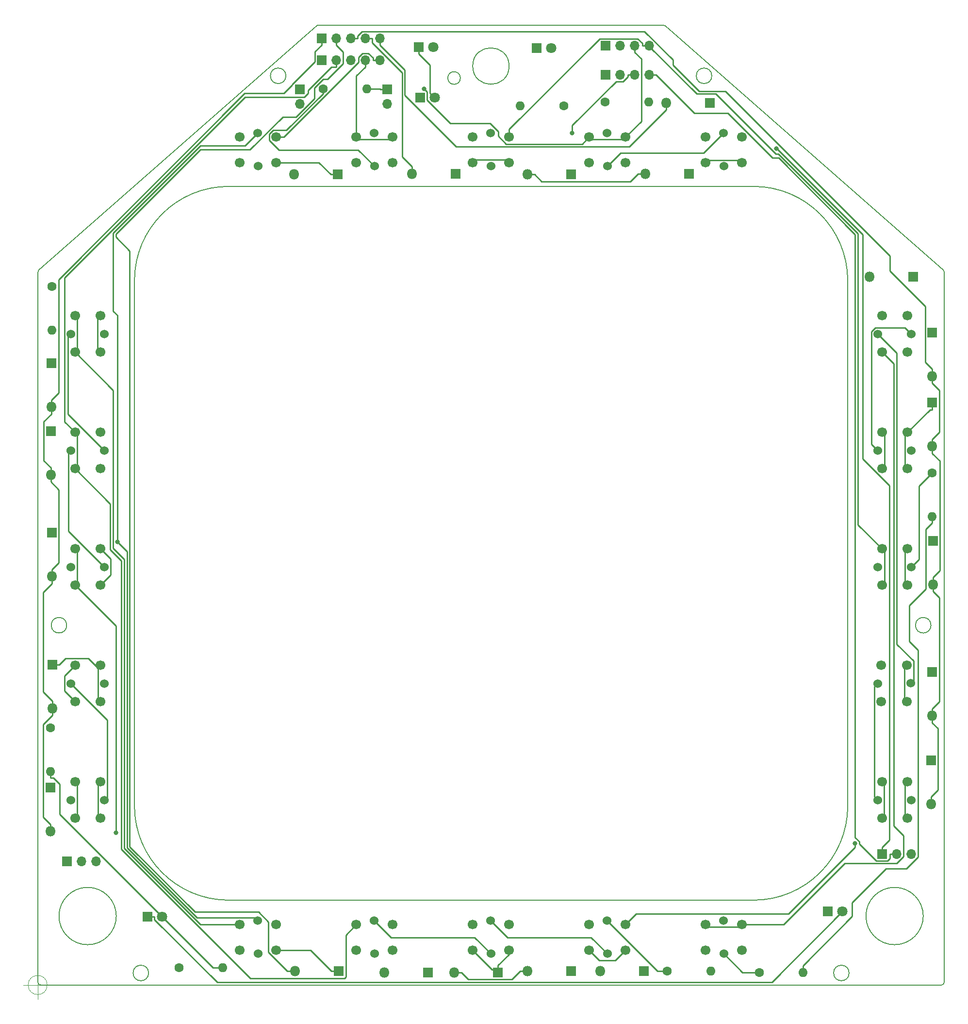
<source format=gbr>
G04 #@! TF.GenerationSoftware,KiCad,Pcbnew,(5.1.5-0-10_14)*
G04 #@! TF.CreationDate,2021-11-28T09:12:12+10:00*
G04 #@! TF.ProjectId,Buttons_DDI,42757474-6f6e-4735-9f44-44492e6b6963,rev?*
G04 #@! TF.SameCoordinates,Original*
G04 #@! TF.FileFunction,Copper,L1,Top*
G04 #@! TF.FilePolarity,Positive*
%FSLAX46Y46*%
G04 Gerber Fmt 4.6, Leading zero omitted, Abs format (unit mm)*
G04 Created by KiCad (PCBNEW (5.1.5-0-10_14)) date 2021-11-28 09:12:12*
%MOMM*%
%LPD*%
G04 APERTURE LIST*
%ADD10C,0.200000*%
%ADD11C,0.100000*%
%ADD12C,1.524000*%
%ADD13C,1.700000*%
%ADD14O,1.800000X1.800000*%
%ADD15R,1.800000X1.800000*%
%ADD16O,1.600000X1.600000*%
%ADD17C,1.600000*%
%ADD18C,1.800000*%
%ADD19O,1.700000X1.700000*%
%ADD20R,1.700000X1.700000*%
%ADD21C,0.800000*%
%ADD22C,0.250000*%
G04 APERTURE END LIST*
D10*
X91030675Y-18376300D02*
G75*
G03X91030675Y-18376300I-1100000J0D01*
G01*
X99531375Y-16288500D02*
G75*
G03X99531375Y-16288500I-3175000J0D01*
G01*
X126464426Y-9144000D02*
X66106369Y-9176498D01*
X30987380Y-164503100D02*
G75*
G03X30987380Y-164503100I-5000000J0D01*
G01*
X60587233Y-17986375D02*
G75*
G03X60587233Y-17986375I-1352550J0D01*
G01*
X173148629Y-113792000D02*
G75*
G03X173148629Y-113792000I-1352550J0D01*
G01*
X50604140Y-161734500D02*
G75*
G02X34163000Y-145293360I0J16441140D01*
G01*
X158864300Y-174434500D02*
G75*
G03X158864300Y-174434500I-1352550J0D01*
G01*
X36626800Y-174434500D02*
G75*
G03X36626800Y-174434500I-1352550J0D01*
G01*
X158623000Y-145293360D02*
X158623000Y-53715640D01*
X142181860Y-37274500D02*
G75*
G02X158623000Y-53715640I0J-16441140D01*
G01*
X142181860Y-37274500D02*
X50604140Y-37274500D01*
X50604140Y-161734500D02*
X142181860Y-161734500D01*
X171798621Y-164503100D02*
G75*
G03X171798621Y-164503100I-5000000J0D01*
G01*
X126464426Y-9144000D02*
G75*
G02X126799582Y-9270248I0J-508000D01*
G01*
X17303750Y-52240798D02*
X17303750Y-176022000D01*
X17811750Y-176530000D02*
X174974250Y-176530000D01*
X175309406Y-51859046D02*
X126799582Y-9270248D01*
X175309406Y-51859046D02*
G75*
G02X175482250Y-52240798I-335156J-381752D01*
G01*
X158623000Y-145293360D02*
G75*
G02X142181860Y-161734500I-16441140J0D01*
G01*
X34163000Y-53715640D02*
X34163000Y-145293360D01*
X134903867Y-17986375D02*
G75*
G03X134903867Y-17986375I-1352550J0D01*
G01*
X22342471Y-113792000D02*
G75*
G03X22342471Y-113792000I-1352550J0D01*
G01*
X175482250Y-176022000D02*
X175482250Y-52240798D01*
X175482250Y-176022000D02*
G75*
G02X174974250Y-176530000I-508000J0D01*
G01*
X17303750Y-52240798D02*
G75*
G02X17476594Y-51859046I508000J0D01*
G01*
X34163000Y-53715640D02*
G75*
G02X50604140Y-37274500I16441140J0D01*
G01*
X17811750Y-176530000D02*
G75*
G02X17303750Y-176022000I0J508000D01*
G01*
X66106369Y-9176498D02*
X17476594Y-51859046D01*
D11*
X18938666Y-176530000D02*
G75*
G03X18938666Y-176530000I-1666666J0D01*
G01*
X14772000Y-176530000D02*
X19772000Y-176530000D01*
X17272000Y-174030000D02*
X17272000Y-179030000D01*
D12*
X23082000Y-123990000D03*
X28873000Y-123950000D03*
D13*
X23793000Y-127125000D03*
X23793000Y-120775000D03*
X28238000Y-127125000D03*
X28238000Y-120775000D03*
D12*
X76002000Y-27970000D03*
X76042000Y-33761000D03*
D13*
X72867000Y-28681000D03*
X79217000Y-28681000D03*
X72867000Y-33126000D03*
X79217000Y-33126000D03*
D12*
X96322000Y-27970000D03*
X96362000Y-33761000D03*
D13*
X93187000Y-28681000D03*
X99537000Y-28681000D03*
X93187000Y-33126000D03*
X99537000Y-33126000D03*
D12*
X116642000Y-27970000D03*
X116682000Y-33761000D03*
D13*
X113507000Y-28681000D03*
X119857000Y-28681000D03*
X113507000Y-33126000D03*
X119857000Y-33126000D03*
D12*
X136962000Y-27970000D03*
X137002000Y-33761000D03*
D13*
X133827000Y-28681000D03*
X140177000Y-28681000D03*
X133827000Y-33126000D03*
X140177000Y-33126000D03*
D12*
X163892000Y-63030000D03*
X169683000Y-62990000D03*
D13*
X164603000Y-66165000D03*
X164603000Y-59815000D03*
X169048000Y-66165000D03*
X169048000Y-59815000D03*
D12*
X163892000Y-83350000D03*
X169683000Y-83310000D03*
D13*
X164603000Y-86485000D03*
X164603000Y-80135000D03*
X169048000Y-86485000D03*
X169048000Y-80135000D03*
D12*
X163892000Y-103670000D03*
X169683000Y-103630000D03*
D13*
X164603000Y-106805000D03*
X164603000Y-100455000D03*
X169048000Y-106805000D03*
X169048000Y-100455000D03*
D12*
X169632000Y-123910000D03*
X163841000Y-123950000D03*
D13*
X168921000Y-120775000D03*
X168921000Y-127125000D03*
X164476000Y-120775000D03*
X164476000Y-127125000D03*
D12*
X163892000Y-144310000D03*
X169683000Y-144270000D03*
D13*
X164603000Y-147445000D03*
X164603000Y-141095000D03*
X169048000Y-147445000D03*
X169048000Y-141095000D03*
D12*
X136962000Y-165300000D03*
X137002000Y-171091000D03*
D13*
X133827000Y-166011000D03*
X140177000Y-166011000D03*
X133827000Y-170456000D03*
X140177000Y-170456000D03*
D12*
X116642000Y-165300000D03*
X116682000Y-171091000D03*
D13*
X113507000Y-166011000D03*
X119857000Y-166011000D03*
X113507000Y-170456000D03*
X119857000Y-170456000D03*
D12*
X96322000Y-165300000D03*
X96362000Y-171091000D03*
D13*
X93187000Y-166011000D03*
X99537000Y-166011000D03*
X93187000Y-170456000D03*
X99537000Y-170456000D03*
D12*
X76002000Y-165300000D03*
X76042000Y-171091000D03*
D13*
X72867000Y-166011000D03*
X79217000Y-166011000D03*
X72867000Y-170456000D03*
X79217000Y-170456000D03*
D12*
X55682000Y-165300000D03*
X55722000Y-171091000D03*
D13*
X52547000Y-166011000D03*
X58897000Y-166011000D03*
X52547000Y-170456000D03*
X58897000Y-170456000D03*
D12*
X23082000Y-144310000D03*
X28873000Y-144270000D03*
D13*
X23793000Y-147445000D03*
X23793000Y-141095000D03*
X28238000Y-147445000D03*
X28238000Y-141095000D03*
D12*
X23082000Y-103670000D03*
X28873000Y-103630000D03*
D13*
X23793000Y-106805000D03*
X23793000Y-100455000D03*
X28238000Y-106805000D03*
X28238000Y-100455000D03*
D12*
X23082000Y-83350000D03*
X28873000Y-83310000D03*
D13*
X23793000Y-86485000D03*
X23793000Y-80135000D03*
X28238000Y-86485000D03*
X28238000Y-80135000D03*
D12*
X23082000Y-63030000D03*
X28873000Y-62990000D03*
D13*
X23793000Y-66165000D03*
X23793000Y-59815000D03*
X28238000Y-66165000D03*
X28238000Y-59815000D03*
D12*
X55682000Y-27970000D03*
X55722000Y-33761000D03*
D13*
X52547000Y-28681000D03*
X58897000Y-28681000D03*
X52547000Y-33126000D03*
X58897000Y-33126000D03*
D14*
X19562000Y-87570000D03*
D15*
X19562000Y-79950000D03*
D16*
X134722000Y-174080000D03*
D17*
X127102000Y-174080000D03*
D16*
X74672000Y-20230000D03*
D17*
X67052000Y-20230000D03*
D16*
X123862000Y-22540000D03*
D17*
X116242000Y-22540000D03*
D16*
X173382000Y-94820000D03*
D17*
X173382000Y-87200000D03*
D16*
X49572000Y-173550000D03*
D17*
X41952000Y-173550000D03*
D16*
X150792000Y-174320000D03*
D17*
X143172000Y-174320000D03*
D16*
X19482000Y-139280000D03*
D17*
X19482000Y-131660000D03*
D16*
X19782000Y-62330000D03*
D17*
X19782000Y-54710000D03*
D18*
X157722000Y-163690000D03*
D15*
X155182000Y-163690000D03*
D18*
X38962000Y-164630000D03*
D15*
X36422000Y-164630000D03*
D19*
X78232000Y-22860000D03*
D20*
X78232000Y-20320000D03*
D19*
X123952000Y-12700000D03*
X121412000Y-12700000D03*
X118872000Y-12700000D03*
D20*
X116332000Y-12700000D03*
D19*
X76962000Y-11430000D03*
X74422000Y-11430000D03*
X71882000Y-11430000D03*
X69342000Y-11430000D03*
D20*
X66802000Y-11430000D03*
D14*
X126962000Y-22680000D03*
D15*
X134582000Y-22680000D03*
D19*
X62992000Y-22860000D03*
D20*
X62992000Y-20320000D03*
D19*
X76962000Y-15240000D03*
X74422000Y-15240000D03*
X71882000Y-15240000D03*
X69342000Y-15240000D03*
D20*
X66802000Y-15240000D03*
D19*
X123952000Y-17780000D03*
X121412000Y-17780000D03*
X118872000Y-17780000D03*
D20*
X116332000Y-17780000D03*
D19*
X27432000Y-154940000D03*
X24892000Y-154940000D03*
D20*
X22352000Y-154940000D03*
D19*
X169672000Y-153670000D03*
X167132000Y-153670000D03*
D20*
X164592000Y-153670000D03*
D14*
X62012000Y-35180000D03*
D15*
X69632000Y-35180000D03*
D14*
X82542000Y-35040000D03*
D15*
X90162000Y-35040000D03*
D14*
X102772000Y-35180000D03*
D15*
X110392000Y-35180000D03*
D14*
X123292000Y-35040000D03*
D15*
X130912000Y-35040000D03*
D14*
X162442000Y-52990000D03*
D15*
X170062000Y-52990000D03*
D14*
X173382000Y-70360000D03*
D15*
X173382000Y-62740000D03*
D14*
X173382000Y-82590000D03*
D15*
X173382000Y-74970000D03*
D14*
X173482000Y-106680000D03*
D15*
X173482000Y-99060000D03*
D14*
X173382000Y-129590000D03*
D15*
X173382000Y-121970000D03*
D14*
X173142000Y-144940000D03*
D15*
X173142000Y-137320000D03*
D14*
X62172000Y-174110000D03*
D15*
X69792000Y-174110000D03*
D14*
X115402000Y-174080000D03*
D15*
X123022000Y-174080000D03*
D14*
X102692000Y-174110000D03*
D15*
X110312000Y-174110000D03*
D14*
X89982000Y-174350000D03*
D15*
X97602000Y-174350000D03*
D14*
X77762000Y-174350000D03*
D15*
X85382000Y-174350000D03*
D14*
X19672000Y-75740000D03*
D15*
X19672000Y-68120000D03*
D14*
X19482000Y-149750000D03*
D15*
X19482000Y-142130000D03*
D14*
X19812000Y-128270000D03*
D15*
X19812000Y-120650000D03*
D14*
X19752000Y-105310000D03*
D15*
X19752000Y-97690000D03*
X104322000Y-13180000D03*
D18*
X106862000Y-13180000D03*
D15*
X83792000Y-12950000D03*
D18*
X86332000Y-12950000D03*
X86532000Y-21810000D03*
D15*
X83992000Y-21810000D03*
D17*
X109072000Y-23230000D03*
D16*
X101452000Y-23230000D03*
D21*
X31186600Y-99236900D03*
X110527600Y-27987000D03*
X146182100Y-30677800D03*
X159894100Y-151838600D03*
X30901000Y-149989400D03*
X84736800Y-20285800D03*
D22*
X55682000Y-165300000D02*
X55167100Y-164785100D01*
X55167100Y-164785100D02*
X45062600Y-164785100D01*
X45062600Y-164785100D02*
X32890900Y-152613400D01*
X32890900Y-152613400D02*
X32890900Y-100941200D01*
X32890900Y-100941200D02*
X31186600Y-99236900D01*
X55682000Y-27970000D02*
X53447100Y-30204900D01*
X53447100Y-30204900D02*
X45632900Y-30204900D01*
X45632900Y-30204900D02*
X30445000Y-45392800D01*
X30445000Y-45392800D02*
X30445000Y-59001100D01*
X30445000Y-59001100D02*
X31186600Y-59742700D01*
X31186600Y-59742700D02*
X31186600Y-99236900D01*
X163892000Y-63030000D02*
X167182100Y-66320100D01*
X167182100Y-66320100D02*
X167182100Y-117098900D01*
X167182100Y-117098900D02*
X170096700Y-120013500D01*
X170096700Y-120013500D02*
X170096700Y-123445300D01*
X170096700Y-123445300D02*
X169632000Y-123910000D01*
X116642000Y-165300000D02*
X125422000Y-174080000D01*
X125422000Y-174080000D02*
X127102000Y-174080000D01*
X23082000Y-63030000D02*
X22592500Y-63519500D01*
X22592500Y-63519500D02*
X22592500Y-77029500D01*
X22592500Y-77029500D02*
X28873000Y-83310000D01*
X23082000Y-83350000D02*
X22615300Y-83816700D01*
X22615300Y-83816700D02*
X22615300Y-97372300D01*
X22615300Y-97372300D02*
X28873000Y-103630000D01*
X28873000Y-144270000D02*
X29417700Y-143725300D01*
X29417700Y-143725300D02*
X29417700Y-130325700D01*
X29417700Y-130325700D02*
X23082000Y-123990000D01*
X76002000Y-165300000D02*
X78935500Y-168233500D01*
X78935500Y-168233500D02*
X93504500Y-168233500D01*
X93504500Y-168233500D02*
X96362000Y-171091000D01*
X96322000Y-165300000D02*
X99255500Y-168233500D01*
X99255500Y-168233500D02*
X113824500Y-168233500D01*
X113824500Y-168233500D02*
X116682000Y-171091000D01*
X163892000Y-144310000D02*
X163272000Y-143690000D01*
X163272000Y-143690000D02*
X163272000Y-124519000D01*
X163272000Y-124519000D02*
X163841000Y-123950000D01*
X163892000Y-83350000D02*
X162795300Y-82253300D01*
X162795300Y-82253300D02*
X162795300Y-62589000D01*
X162795300Y-62589000D02*
X163467900Y-61916400D01*
X163467900Y-61916400D02*
X168609400Y-61916400D01*
X168609400Y-61916400D02*
X169683000Y-62990000D01*
X116682000Y-33761000D02*
X118980200Y-31462800D01*
X118980200Y-31462800D02*
X133469300Y-31462800D01*
X133469300Y-31462800D02*
X133469300Y-31462700D01*
X133469300Y-31462700D02*
X136962000Y-27970000D01*
X143172000Y-174320000D02*
X140231000Y-174320000D01*
X140231000Y-174320000D02*
X137002000Y-171091000D01*
X173382000Y-87200000D02*
X171043200Y-89538800D01*
X171043200Y-89538800D02*
X171043200Y-102269800D01*
X171043200Y-102269800D02*
X169683000Y-103630000D01*
X67052000Y-20230000D02*
X67052000Y-21101900D01*
X67052000Y-21101900D02*
X60685600Y-27468300D01*
X60685600Y-27468300D02*
X58403500Y-27468300D01*
X58403500Y-27468300D02*
X57694800Y-28177000D01*
X57694800Y-28177000D02*
X57694800Y-29213700D01*
X57694800Y-29213700D02*
X59384600Y-30903500D01*
X59384600Y-30903500D02*
X73184500Y-30903500D01*
X73184500Y-30903500D02*
X76042000Y-33761000D01*
X28238000Y-100455000D02*
X29999400Y-102216400D01*
X29999400Y-102216400D02*
X29999400Y-105043600D01*
X29999400Y-105043600D02*
X28238000Y-106805000D01*
X19812000Y-120650000D02*
X21037300Y-120650000D01*
X27770800Y-121242200D02*
X27770800Y-126657800D01*
X27770800Y-126657800D02*
X28238000Y-127125000D01*
X28238000Y-120775000D02*
X27770800Y-121242200D01*
X21037300Y-120650000D02*
X22090700Y-119596600D01*
X22090700Y-119596600D02*
X26125200Y-119596600D01*
X26125200Y-119596600D02*
X27770800Y-121242200D01*
X28238000Y-141095000D02*
X27784900Y-141548100D01*
X27784900Y-141548100D02*
X27784900Y-146991900D01*
X27784900Y-146991900D02*
X28238000Y-147445000D01*
X28238000Y-59815000D02*
X27740900Y-60312100D01*
X27740900Y-60312100D02*
X27740900Y-65667900D01*
X27740900Y-65667900D02*
X28238000Y-66165000D01*
X97602000Y-173837500D02*
X96568500Y-173837500D01*
X96568500Y-173837500D02*
X93187000Y-170456000D01*
X97602000Y-173837500D02*
X97602000Y-173124700D01*
X97602000Y-174350000D02*
X97602000Y-173837500D01*
X97602000Y-173124700D02*
X99537000Y-171189700D01*
X99537000Y-171189700D02*
X99537000Y-170456000D01*
X113507000Y-170456000D02*
X115277800Y-172226800D01*
X115277800Y-172226800D02*
X118086200Y-172226800D01*
X118086200Y-172226800D02*
X119857000Y-170456000D01*
X69792000Y-174110000D02*
X68566700Y-174110000D01*
X68566700Y-174110000D02*
X64912700Y-170456000D01*
X64912700Y-170456000D02*
X58897000Y-170456000D01*
X169048000Y-141095000D02*
X168571600Y-141571400D01*
X168571600Y-141571400D02*
X168571600Y-146968600D01*
X168571600Y-146968600D02*
X169048000Y-147445000D01*
X169048000Y-100455000D02*
X168576500Y-100926500D01*
X168576500Y-100926500D02*
X168576500Y-106333500D01*
X168576500Y-106333500D02*
X169048000Y-106805000D01*
X169048000Y-80135000D02*
X168569700Y-80613300D01*
X168569700Y-80613300D02*
X168569700Y-86006700D01*
X168569700Y-86006700D02*
X169048000Y-86485000D01*
X173382000Y-76195300D02*
X172987700Y-76195300D01*
X172987700Y-76195300D02*
X169048000Y-80135000D01*
X173382000Y-74970000D02*
X173382000Y-76195300D01*
X140177000Y-33126000D02*
X139722200Y-32671200D01*
X139722200Y-32671200D02*
X134281800Y-32671200D01*
X134281800Y-32671200D02*
X133827000Y-33126000D01*
X99537000Y-33126000D02*
X99066600Y-32655600D01*
X99066600Y-32655600D02*
X93657400Y-32655600D01*
X93657400Y-32655600D02*
X93187000Y-33126000D01*
X69632000Y-35180000D02*
X68406700Y-35180000D01*
X68406700Y-35180000D02*
X66352700Y-33126000D01*
X66352700Y-33126000D02*
X58897000Y-33126000D01*
X121412000Y-17780000D02*
X120236700Y-17780000D01*
X110527600Y-27987000D02*
X110527600Y-26625600D01*
X110527600Y-26625600D02*
X118197900Y-18955300D01*
X118197900Y-18955300D02*
X119428800Y-18955300D01*
X119428800Y-18955300D02*
X120236700Y-18147400D01*
X120236700Y-18147400D02*
X120236700Y-17780000D01*
X164592000Y-153670000D02*
X164592000Y-152494700D01*
X164592000Y-152494700D02*
X165852300Y-151234400D01*
X165852300Y-151234400D02*
X165852300Y-89442400D01*
X165852300Y-89442400D02*
X161216700Y-84806800D01*
X161216700Y-84806800D02*
X161216700Y-45684300D01*
X161216700Y-45684300D02*
X146210200Y-30677800D01*
X146210200Y-30677800D02*
X146182100Y-30677800D01*
X125127300Y-17780000D02*
X131863800Y-24516500D01*
X131863800Y-24516500D02*
X137721300Y-24516500D01*
X137721300Y-24516500D02*
X145508500Y-32303700D01*
X145508500Y-32303700D02*
X146562300Y-32303700D01*
X146562300Y-32303700D02*
X159917400Y-45658800D01*
X159917400Y-45658800D02*
X159917400Y-150821400D01*
X159917400Y-150821400D02*
X160634100Y-151538100D01*
X160634100Y-151538100D02*
X160634100Y-151904200D01*
X160634100Y-151904200D02*
X163575300Y-154845400D01*
X163575300Y-154845400D02*
X165589300Y-154845400D01*
X165589300Y-154845400D02*
X165956700Y-154478000D01*
X165956700Y-154478000D02*
X165956700Y-153670000D01*
X123952000Y-17780000D02*
X125127300Y-17780000D01*
X167132000Y-153670000D02*
X165956700Y-153670000D01*
X66802000Y-12605300D02*
X65626700Y-13780600D01*
X65626700Y-13780600D02*
X65626700Y-15523800D01*
X65626700Y-15523800D02*
X61629500Y-19521000D01*
X61629500Y-19521000D02*
X61629500Y-19622400D01*
X61629500Y-19622400D02*
X60207100Y-21044800D01*
X60207100Y-21044800D02*
X53391800Y-21044800D01*
X53391800Y-21044800D02*
X20940500Y-53496100D01*
X20940500Y-53496100D02*
X20940500Y-73246200D01*
X20940500Y-73246200D02*
X19672000Y-74514700D01*
X19812000Y-128270000D02*
X19812000Y-127044700D01*
X19752000Y-105310000D02*
X19752000Y-106535300D01*
X19752000Y-106535300D02*
X18202500Y-108084800D01*
X18202500Y-108084800D02*
X18202500Y-125435200D01*
X18202500Y-125435200D02*
X19812000Y-127044700D01*
X19752000Y-104697300D02*
X19752000Y-105310000D01*
X19752000Y-104697300D02*
X19752000Y-104084700D01*
X19812000Y-128270000D02*
X19812000Y-129495300D01*
X19812000Y-129495300D02*
X18256700Y-131050600D01*
X18256700Y-131050600D02*
X18256700Y-147299400D01*
X18256700Y-147299400D02*
X19482000Y-148524700D01*
X19482000Y-149750000D02*
X19482000Y-148524700D01*
X19672000Y-75740000D02*
X19672000Y-74514700D01*
X66802000Y-11430000D02*
X66802000Y-12605300D01*
X19562000Y-87570000D02*
X19562000Y-86344700D01*
X19672000Y-75740000D02*
X19672000Y-76965300D01*
X19672000Y-76965300D02*
X18336700Y-78300600D01*
X18336700Y-78300600D02*
X18336700Y-85119400D01*
X18336700Y-85119400D02*
X19562000Y-86344700D01*
X19562000Y-87570000D02*
X19562000Y-88795300D01*
X19752000Y-104084700D02*
X20977400Y-102859300D01*
X20977400Y-102859300D02*
X20977400Y-90210700D01*
X20977400Y-90210700D02*
X19562000Y-88795300D01*
X75597300Y-11430000D02*
X75597300Y-12185300D01*
X75597300Y-12185300D02*
X80853600Y-17441600D01*
X80853600Y-17441600D02*
X80853600Y-32126300D01*
X80853600Y-32126300D02*
X82542000Y-33814700D01*
X123292000Y-35040000D02*
X122066700Y-35040000D01*
X102772000Y-35180000D02*
X103997300Y-35180000D01*
X103997300Y-35180000D02*
X105222700Y-36405400D01*
X105222700Y-36405400D02*
X120701300Y-36405400D01*
X120701300Y-36405400D02*
X122066700Y-35040000D01*
X82542000Y-35040000D02*
X82542000Y-33814700D01*
X74422000Y-11430000D02*
X75597300Y-11430000D01*
X173382000Y-70360000D02*
X173382000Y-69134700D01*
X71882000Y-11430000D02*
X73057300Y-11430000D01*
X73057300Y-11430000D02*
X73057300Y-11062700D01*
X73057300Y-11062700D02*
X73887300Y-10232700D01*
X73887300Y-10232700D02*
X123154900Y-10232700D01*
X123154900Y-10232700D02*
X128134900Y-15212700D01*
X128134900Y-15212700D02*
X128134900Y-16128900D01*
X128134900Y-16128900D02*
X132693400Y-20687400D01*
X132693400Y-20687400D02*
X137264900Y-20687400D01*
X137264900Y-20687400D02*
X165993700Y-49416200D01*
X165993700Y-49416200D02*
X165993700Y-51994100D01*
X165993700Y-51994100D02*
X172156700Y-58157100D01*
X172156700Y-58157100D02*
X172156700Y-67909400D01*
X172156700Y-67909400D02*
X173382000Y-69134700D01*
X173382000Y-129590000D02*
X173382000Y-128364700D01*
X173482000Y-106680000D02*
X173482000Y-107905300D01*
X173482000Y-107905300D02*
X174607300Y-109030600D01*
X174607300Y-109030600D02*
X174607300Y-127139400D01*
X174607300Y-127139400D02*
X173382000Y-128364700D01*
X173482000Y-106067300D02*
X173482000Y-106680000D01*
X173482000Y-106067300D02*
X173482000Y-105454700D01*
X173382000Y-70360000D02*
X173382000Y-71585300D01*
X173382000Y-82590000D02*
X173382000Y-81364700D01*
X173382000Y-81364700D02*
X174607300Y-80139400D01*
X174607300Y-80139400D02*
X174607300Y-72810600D01*
X174607300Y-72810600D02*
X173382000Y-71585300D01*
X173382000Y-83202600D02*
X173382000Y-82590000D01*
X173382000Y-83202600D02*
X173382000Y-83815300D01*
X173482000Y-105454700D02*
X174716000Y-104220700D01*
X174716000Y-104220700D02*
X174716000Y-85149300D01*
X174716000Y-85149300D02*
X173382000Y-83815300D01*
X173382000Y-130202600D02*
X173382000Y-129590000D01*
X173382000Y-130202600D02*
X173382000Y-130815300D01*
X173142000Y-144940000D02*
X173142000Y-143714700D01*
X173142000Y-143714700D02*
X174367300Y-142489400D01*
X174367300Y-142489400D02*
X174367300Y-131800600D01*
X174367300Y-131800600D02*
X173382000Y-130815300D01*
X62172000Y-174110000D02*
X60828600Y-174110000D01*
X60828600Y-174110000D02*
X57543800Y-170825200D01*
X57543800Y-170825200D02*
X57543800Y-165558100D01*
X57543800Y-165558100D02*
X55787100Y-163801400D01*
X55787100Y-163801400D02*
X44723300Y-163801400D01*
X44723300Y-163801400D02*
X33341300Y-152419400D01*
X33341300Y-152419400D02*
X33341300Y-48532200D01*
X33341300Y-48532200D02*
X30907000Y-46097900D01*
X30907000Y-46097900D02*
X30907000Y-45567700D01*
X30907000Y-45567700D02*
X45625800Y-30848900D01*
X45625800Y-30848900D02*
X54341100Y-30848900D01*
X54341100Y-30848900D02*
X60036400Y-25153600D01*
X60036400Y-25153600D02*
X62363400Y-25153600D01*
X62363400Y-25153600D02*
X65547400Y-21969600D01*
X65547400Y-21969600D02*
X65547400Y-20092900D01*
X65547400Y-20092900D02*
X67089900Y-18550400D01*
X67089900Y-18550400D02*
X67849500Y-18550400D01*
X67849500Y-18550400D02*
X70536000Y-15863900D01*
X70536000Y-15863900D02*
X70536000Y-13799300D01*
X70536000Y-13799300D02*
X69342000Y-12605300D01*
X69342000Y-11430000D02*
X69342000Y-12605300D01*
X102692000Y-174110000D02*
X101466700Y-174110000D01*
X89982000Y-174350000D02*
X91207300Y-174350000D01*
X91207300Y-174350000D02*
X92432700Y-175575400D01*
X92432700Y-175575400D02*
X100001300Y-175575400D01*
X100001300Y-175575400D02*
X101466700Y-174110000D01*
X164603000Y-66165000D02*
X166639600Y-68201600D01*
X166639600Y-68201600D02*
X166639600Y-148779800D01*
X166639600Y-148779800D02*
X168308200Y-150448400D01*
X168308200Y-150448400D02*
X168308200Y-154163100D01*
X168308200Y-154163100D02*
X167155000Y-155316300D01*
X167155000Y-155316300D02*
X158111900Y-155316300D01*
X158111900Y-155316300D02*
X147417200Y-166011000D01*
X147417200Y-166011000D02*
X140177000Y-166011000D01*
X140177000Y-166011000D02*
X139759600Y-166428400D01*
X139759600Y-166428400D02*
X134244400Y-166428400D01*
X134244400Y-166428400D02*
X133827000Y-166011000D01*
X76962000Y-15240000D02*
X75786700Y-15240000D01*
X75786700Y-15240000D02*
X75786700Y-14872700D01*
X75786700Y-14872700D02*
X74961800Y-14047800D01*
X74961800Y-14047800D02*
X73946800Y-14047800D01*
X73946800Y-14047800D02*
X73246600Y-14748000D01*
X73246600Y-14748000D02*
X73246600Y-15627000D01*
X73246600Y-15627000D02*
X60192600Y-28681000D01*
X60192600Y-28681000D02*
X58897000Y-28681000D01*
X23793000Y-141095000D02*
X24173800Y-141475800D01*
X24173800Y-141475800D02*
X24173800Y-147064200D01*
X24173800Y-147064200D02*
X23793000Y-147445000D01*
X23793000Y-120775000D02*
X21937400Y-122630600D01*
X21937400Y-122630600D02*
X21937400Y-125269400D01*
X21937400Y-125269400D02*
X23793000Y-127125000D01*
X159894100Y-151838600D02*
X159894100Y-152486500D01*
X159894100Y-152486500D02*
X148241800Y-164138800D01*
X148241800Y-164138800D02*
X121729200Y-164138800D01*
X121729200Y-164138800D02*
X119857000Y-166011000D01*
X72867000Y-28681000D02*
X73252600Y-29066600D01*
X73252600Y-29066600D02*
X78831400Y-29066600D01*
X78831400Y-29066600D02*
X79217000Y-28681000D01*
X74422000Y-16415300D02*
X72867000Y-17970300D01*
X72867000Y-17970300D02*
X72867000Y-28681000D01*
X164603000Y-80135000D02*
X165005700Y-80537700D01*
X165005700Y-80537700D02*
X165005700Y-86082300D01*
X165005700Y-86082300D02*
X164603000Y-86485000D01*
X74422000Y-15240000D02*
X74422000Y-16415300D01*
X123823600Y-12700000D02*
X132261400Y-21137800D01*
X132261400Y-21137800D02*
X135583100Y-21137800D01*
X135583100Y-21137800D02*
X146073600Y-31628300D01*
X146073600Y-31628300D02*
X146523800Y-31628300D01*
X146523800Y-31628300D02*
X160407800Y-45512300D01*
X160407800Y-45512300D02*
X160407800Y-96259800D01*
X160407800Y-96259800D02*
X164603000Y-100455000D01*
X123952000Y-12700000D02*
X123823600Y-12700000D01*
X123382200Y-12700000D02*
X122776700Y-12700000D01*
X123382200Y-12700000D02*
X123823600Y-12700000D01*
X99537000Y-28681000D02*
X99537000Y-27325700D01*
X99537000Y-27325700D02*
X115338000Y-11524700D01*
X115338000Y-11524700D02*
X121968800Y-11524700D01*
X121968800Y-11524700D02*
X122776700Y-12332600D01*
X122776700Y-12332600D02*
X122776700Y-12700000D01*
X23793000Y-106805000D02*
X30901000Y-113913000D01*
X30901000Y-113913000D02*
X30901000Y-149989400D01*
X23793000Y-106805000D02*
X24169300Y-106428700D01*
X24169300Y-106428700D02*
X24169300Y-100831300D01*
X24169300Y-100831300D02*
X23793000Y-100455000D01*
X164603000Y-100455000D02*
X165005700Y-100857700D01*
X165005700Y-100857700D02*
X165005700Y-106402300D01*
X165005700Y-106402300D02*
X164603000Y-106805000D01*
X84736800Y-20285800D02*
X85217400Y-20766400D01*
X85217400Y-20766400D02*
X85217400Y-22244300D01*
X85217400Y-22244300D02*
X89271700Y-26298600D01*
X89271700Y-26298600D02*
X96190400Y-26298600D01*
X96190400Y-26298600D02*
X97633100Y-27741300D01*
X97633100Y-27741300D02*
X97633100Y-28471300D01*
X97633100Y-28471300D02*
X99035300Y-29873500D01*
X99035300Y-29873500D02*
X112314500Y-29873500D01*
X112314500Y-29873500D02*
X113507000Y-28681000D01*
X23793000Y-86485000D02*
X29960400Y-92652400D01*
X29960400Y-92652400D02*
X29960400Y-100592400D01*
X29960400Y-100592400D02*
X31896000Y-102528000D01*
X31896000Y-102528000D02*
X31896000Y-152892300D01*
X31896000Y-152892300D02*
X54362100Y-175358400D01*
X54362100Y-175358400D02*
X70807200Y-175358400D01*
X70807200Y-175358400D02*
X71027700Y-175137900D01*
X71027700Y-175137900D02*
X71027700Y-167850300D01*
X71027700Y-167850300D02*
X72867000Y-166011000D01*
X23793000Y-80135000D02*
X24169400Y-80511400D01*
X24169400Y-80511400D02*
X24169400Y-86108600D01*
X24169400Y-86108600D02*
X23793000Y-86485000D01*
X69342000Y-16415300D02*
X68543400Y-16415300D01*
X68543400Y-16415300D02*
X64476200Y-20482500D01*
X64476200Y-20482500D02*
X64476200Y-21005000D01*
X64476200Y-21005000D02*
X63815200Y-21666000D01*
X63815200Y-21666000D02*
X53488800Y-21666000D01*
X53488800Y-21666000D02*
X21979000Y-53175800D01*
X21979000Y-53175800D02*
X21979000Y-78321000D01*
X21979000Y-78321000D02*
X23793000Y-80135000D01*
X121412000Y-12700000D02*
X121412000Y-13875300D01*
X119857000Y-28681000D02*
X122587300Y-25950700D01*
X122587300Y-25950700D02*
X122587300Y-15050600D01*
X122587300Y-15050600D02*
X121412000Y-13875300D01*
X113507000Y-28681000D02*
X113883400Y-29057400D01*
X113883400Y-29057400D02*
X119480600Y-29057400D01*
X119480600Y-29057400D02*
X119857000Y-28681000D01*
X168921000Y-127125000D02*
X168512900Y-126716900D01*
X168512900Y-126716900D02*
X168512900Y-121183100D01*
X168512900Y-121183100D02*
X168921000Y-120775000D01*
X69342000Y-15240000D02*
X69342000Y-16415300D01*
X23793000Y-66165000D02*
X30449800Y-72821800D01*
X30449800Y-72821800D02*
X30449800Y-100380100D01*
X30449800Y-100380100D02*
X32346300Y-102276600D01*
X32346300Y-102276600D02*
X32346300Y-152705700D01*
X32346300Y-152705700D02*
X45651600Y-166011000D01*
X45651600Y-166011000D02*
X52547000Y-166011000D01*
X164603000Y-147445000D02*
X164993400Y-147054600D01*
X164993400Y-147054600D02*
X164993400Y-141485400D01*
X164993400Y-141485400D02*
X164603000Y-141095000D01*
X23793000Y-59815000D02*
X24176800Y-60198800D01*
X24176800Y-60198800D02*
X24176800Y-65781200D01*
X24176800Y-65781200D02*
X23793000Y-66165000D01*
X19482000Y-139280000D02*
X19482000Y-140405300D01*
X38962000Y-164630000D02*
X21106600Y-146774600D01*
X21106600Y-146774600D02*
X21106600Y-141467300D01*
X21106600Y-141467300D02*
X20044600Y-140405300D01*
X20044600Y-140405300D02*
X19482000Y-140405300D01*
X49572000Y-173550000D02*
X47882000Y-173550000D01*
X47882000Y-173550000D02*
X38962000Y-164630000D01*
X150792000Y-174320000D02*
X150792000Y-173194700D01*
X173382000Y-94820000D02*
X173382000Y-95945300D01*
X173382000Y-95945300D02*
X172256700Y-97070600D01*
X172256700Y-97070600D02*
X172256700Y-107445400D01*
X172256700Y-107445400D02*
X169344600Y-110357500D01*
X169344600Y-110357500D02*
X169344600Y-116592700D01*
X169344600Y-116592700D02*
X170896700Y-118144800D01*
X170896700Y-118144800D02*
X170896700Y-154168300D01*
X170896700Y-154168300D02*
X168825600Y-156239400D01*
X168825600Y-156239400D02*
X165328100Y-156239400D01*
X165328100Y-156239400D02*
X159409100Y-162158400D01*
X159409100Y-162158400D02*
X159409100Y-164577600D01*
X159409100Y-164577600D02*
X150792000Y-173194700D01*
X78232000Y-20320000D02*
X77056700Y-20320000D01*
X74672000Y-20230000D02*
X76966700Y-20230000D01*
X76966700Y-20230000D02*
X77056700Y-20320000D01*
X126962000Y-22680000D02*
X126962000Y-23905300D01*
X76962000Y-11430000D02*
X76962000Y-12605300D01*
X76962000Y-12605300D02*
X81304000Y-16947300D01*
X81304000Y-16947300D02*
X81304000Y-21390500D01*
X81304000Y-21390500D02*
X90259200Y-30345700D01*
X90259200Y-30345700D02*
X120521600Y-30345700D01*
X120521600Y-30345700D02*
X126962000Y-23905300D01*
X36422000Y-164630000D02*
X37647300Y-164630000D01*
X37647300Y-164630000D02*
X37647300Y-165089500D01*
X37647300Y-165089500D02*
X48588300Y-176030500D01*
X48588300Y-176030500D02*
X145381500Y-176030500D01*
X145381500Y-176030500D02*
X157722000Y-163690000D01*
X86532000Y-21810000D02*
X85712300Y-20990300D01*
X85712300Y-20990300D02*
X85712300Y-16095600D01*
X85712300Y-16095600D02*
X83792000Y-14175300D01*
X83792000Y-12950000D02*
X83792000Y-14175300D01*
M02*

</source>
